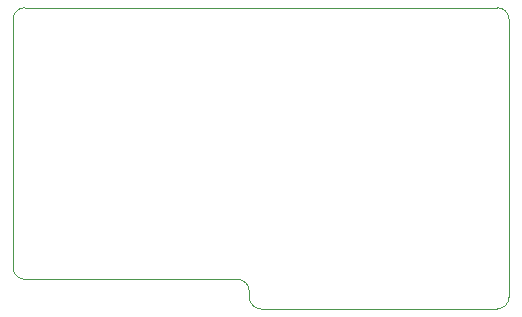
<source format=gbr>
%TF.GenerationSoftware,KiCad,Pcbnew,9.0.1*%
%TF.CreationDate,2025-06-09T14:27:30-04:00*%
%TF.ProjectId,Ceinture_respiration_Shield,4365696e-7475-4726-955f-726573706972,1.1*%
%TF.SameCoordinates,Original*%
%TF.FileFunction,Profile,NP*%
%FSLAX46Y46*%
G04 Gerber Fmt 4.6, Leading zero omitted, Abs format (unit mm)*
G04 Created by KiCad (PCBNEW 9.0.1) date 2025-06-09 14:27:30*
%MOMM*%
%LPD*%
G01*
G04 APERTURE LIST*
%TA.AperFunction,Profile*%
%ADD10C,0.100000*%
%TD*%
G04 APERTURE END LIST*
D10*
X23000000Y870500D02*
X43000000Y870500D01*
X2000000Y25370500D02*
X2000000Y4370500D01*
X43000000Y26370500D02*
X3000000Y26370500D01*
X3000000Y3370500D02*
G75*
G02*
X2000000Y4370500I0J1000000D01*
G01*
X44000000Y1870500D02*
X44000000Y25370500D01*
X23000000Y870500D02*
G75*
G02*
X22000000Y1870500I0J1000000D01*
G01*
X44000000Y1870500D02*
G75*
G02*
X43000000Y870500I-1000000J0D01*
G01*
X3000000Y3370500D02*
X21000000Y3370500D01*
X21000000Y3370500D02*
G75*
G02*
X22000000Y2370500I0J-1000000D01*
G01*
X2000000Y25370500D02*
G75*
G02*
X3000000Y26370500I1000000J0D01*
G01*
X22000000Y2370500D02*
X22000000Y1870500D01*
X43000000Y26370500D02*
G75*
G02*
X44000000Y25370500I0J-1000000D01*
G01*
M02*

</source>
